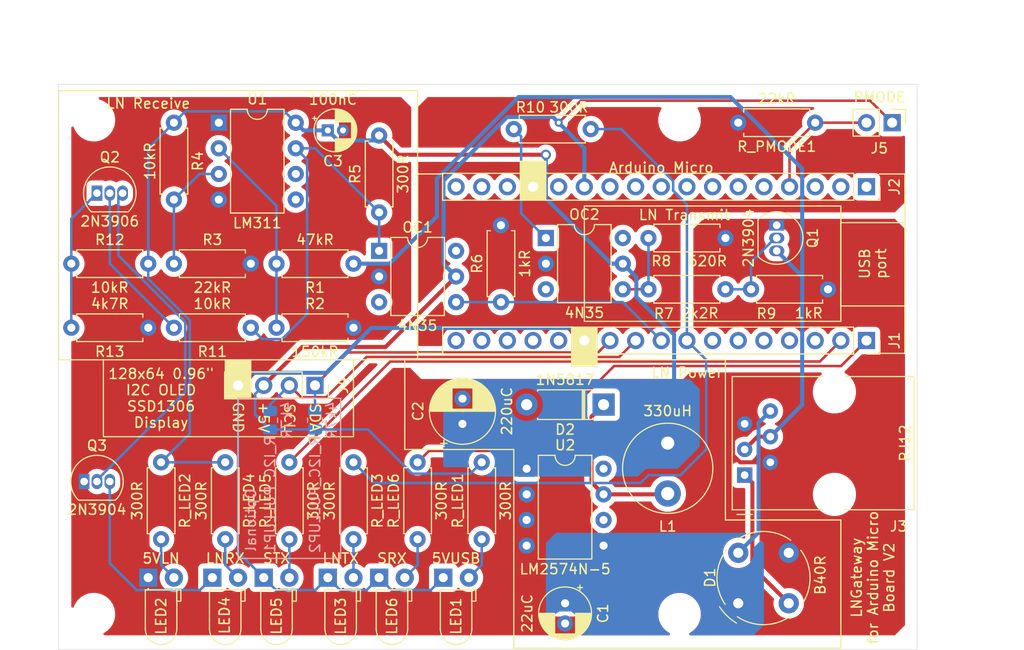
<source format=kicad_pcb>
(kicad_pcb (version 20171130) (host pcbnew 5.1.9+dfsg1-1)
  (layers (0 F.Cu signal hide) (31 B.Cu signal) (34 B.Paste user) (35 F.Paste user) (36 B.SilkS user) (37 F.SilkS user) (38 B.Mask user) (39 F.Mask user) (44 Edge.Cuts user))
  (net 0 "")
  (net 1 GND1)
  (net 2 VDD)
  (net 3 /MOSI)
  (net 4 "Net-(J1-Pad16)")
  (net 5 GND2)
  (net 6 /SDA)
  (net 7 /SCL)
  (net 8 /LN_RX_Arduino)
  (net 9 /LN_TX_Arduino)
  (net 10 "Net-(J1-Pad7)")
  (net 11 "Net-(J1-Pad6)")
  (net 12 "Net-(J1-Pad5)")
  (net 13 "Net-(J1-Pad4)")
  (net 14 "Net-(J1-Pad3)")
  (net 15 /SCK)
  (net 16 /MISO)
  (net 17 "Net-(J2-Pad15)")
  (net 18 +5V)
  (net 19 "Net-(J2-Pad11)")
  (net 20 "Net-(J2-Pad10)")
  (net 21 "Net-(J2-Pad7)")
  (net 22 "Net-(J2-Pad6)")
  (net 23 "Net-(J2-Pad5)")
  (net 24 "Net-(J2-Pad3)")
  (net 25 "Net-(J2-Pad2)")
  (net 26 "Net-(J2-Pad1)")
  (net 27 "Net-(LED1-Pad2)")
  (net 28 "Net-(LED2-Pad2)")
  (net 29 /LN_TX)
  (net 30 "Net-(U1-Pad6)")
  (net 31 "Net-(U1-Pad5)")
  (net 32 "Net-(U2-Pad8)")
  (net 33 "Net-(U2-Pad6)")
  (net 34 /LN_VIN)
  (net 35 /RAIl_SYNC_2)
  (net 36 /RAIl_SYNC_1)
  (net 37 /LN)
  (net 38 "Net-(LED4-Pad2)")
  (net 39 /SERIAL_TX)
  (net 40 /SERIAL_RX)
  (net 41 "Net-(LED3-Pad2)")
  (net 42 "Net-(LED5-Pad2)")
  (net 43 "Net-(LED6-Pad2)")
  (net 44 "Net-(OC1-Pad6)")
  (net 45 "Net-(OC1-Pad3)")
  (net 46 "Net-(OC2-Pad6)")
  (net 47 "Net-(OC2-Pad3)")
  (net 48 "Net-(OC2-Pad1)")
  (net 49 "Net-(Q2-Pad3)")
  (net 50 "Net-(Q2-Pad2)")
  (net 51 "Net-(J1-Pad15)")
  (net 52 "Net-(J1-Pad14)")
  (net 53 /A5)
  (net 54 /A4)
  (net 55 /LN_RX)
  (net 56 /PMODE)
  (net 57 /LN_5V_RAW)
  (net 58 /VLN_IN_9NOM_3V8MIN_18VMAX)
  (net 59 /REF_3V44)
  (net 60 "Net-(J1-Pad13)")
  (net 61 "Net-(J2-Pad13)")
  (net 62 "Net-(LED4-Pad1)")
  (net 63 /1V5)
  (net 64 /LN_TX_1V5)
  (module Resistor_THT:R_Axial_DIN0207_L6.3mm_D2.5mm_P7.62mm_Horizontal (layer F.Cu) (at 165.300225 109.86)
    (fp_text reference R9 (at 1.524 2.413) (layer F.SilkS))
    (fp_text value 1kR (at 5.715 2.37) (layer F.SilkS))
    (pad 2 thru_hole oval (at 7.62 0) (size 1.6 1.6) (drill 0.8) (layers *.Cu *.Mask) (net 1 GND1))
    (pad 1 thru_hole circle (at 0 0) (size 1.6 1.6) (drill 0.8) (layers *.Cu *.Mask) (net 64 /LN_TX_1V5))
  )
  (module Resistor_THT:R_Axial_DIN0207_L6.3mm_D2.5mm_P7.62mm_Horizontal (layer F.Cu) (at 105.610225 113.67 180)
    (fp_text reference R13 (at 3.81 -2.37) (layer F.SilkS))
    (fp_text value 4k7R (at 3.81 2.37) (layer F.SilkS))
    (pad 2 thru_hole oval (at 7.62 0 180) (size 1.6 1.6) (drill 0.8) (layers *.Cu *.Mask) (net 63 /1V5))
    (pad 1 thru_hole circle (at 0 0 180) (size 1.6 1.6) (drill 0.8) (layers *.Cu *.Mask) (net 1 GND1))
  )
  (module Resistor_THT:R_Axial_DIN0207_L6.3mm_D2.5mm_P7.62mm_Horizontal (layer F.Cu) (at 97.990225 107.32)
    (fp_text reference R12 (at 3.81 -2.37) (layer F.SilkS))
    (fp_text value 10kR (at 3.81 2.37) (layer F.SilkS))
    (pad 2 thru_hole oval (at 7.62 0) (size 1.6 1.6) (drill 0.8) (layers *.Cu *.Mask) (net 2 VDD))
    (pad 1 thru_hole circle (at 0 0) (size 1.6 1.6) (drill 0.8) (layers *.Cu *.Mask) (net 63 /1V5))
  )
  (module Resistor_THT:R_Axial_DIN0207_L6.3mm_D2.5mm_P7.62mm_Horizontal (layer F.Cu) (at 115.770225 113.67 180)
    (fp_text reference R11 (at 3.81 -2.37) (layer F.SilkS))
    (fp_text value 10kR (at 3.81 2.37) (layer F.SilkS))
    (pad 2 thru_hole oval (at 7.62 0 180) (size 1.6 1.6) (drill 0.8) (layers *.Cu *.Mask) (net 50 "Net-(Q2-Pad2)"))
    (pad 1 thru_hole circle (at 0 0 180) (size 1.6 1.6) (drill 0.8) (layers *.Cu *.Mask) (net 55 /LN_RX))
  )
  (module Package_TO_SOT_THT:TO-92_Inline (layer F.Cu) (at 99.260225 128.91)
    (fp_text reference Q3 (at 1.27 -3.56) (layer F.SilkS))
    (fp_text value 2N3904 (at 1.27 2.79) (layer F.SilkS))
    (pad 1 thru_hole rect (at 0 0) (size 1.05 1.5) (drill 0.75) (layers *.Cu *.Mask) (net 1 GND1))
    (pad 3 thru_hole oval (at 2.54 0) (size 1.05 1.5) (drill 0.75) (layers *.Cu *.Mask) (net 62 "Net-(LED4-Pad1)"))
    (pad 2 thru_hole oval (at 1.27 0) (size 1.05 1.5) (drill 0.75) (layers *.Cu *.Mask) (net 49 "Net-(Q2-Pad3)"))
  )
  (module Connector_PinSocket_2.54mm:PinSocket_1x04_P2.54mm_Vertical (layer F.Cu) (at 122.120225 119.385 270)
    (fp_text reference J4 (at 0 -2.77 90) (layer F.SilkS))
    (fp_text value Conn_01x04_Female)
    (pad 4 thru_hole oval (at 0 7.62 270) (size 1.7 1.7) (drill 1) (layers *.Cu *.Mask) (net 5 GND2))
    (pad 3 thru_hole oval (at 0 5.08 270) (size 1.7 1.7) (drill 1) (layers *.Cu *.Mask) (net 18 +5V))
    (pad 2 thru_hole oval (at 0 2.54 270) (size 1.7 1.7) (drill 1) (layers *.Cu *.Mask) (net 7 /SCL))
    (pad 1 thru_hole rect (at 0 0 270) (size 1.7 1.7) (drill 1) (layers *.Cu *.Mask) (net 6 /SDA))
  )
  (module Connector_RJ:RJ12_Amphenol_54601 (layer F.Cu) (at 164.665225 128.275 90)
    (fp_text reference J3 (at -5.08 15.24 180) (layer F.SilkS))
    (fp_text value RJ12 (at 3.175 15.875 90) (layer F.SilkS))
    (pad 1 thru_hole rect (at 0 0 90) (size 1.52 1.52) (drill 0.76) (layers *.Cu *.Mask) (net 35 /RAIl_SYNC_2))
    (pad "" np_thru_hole circle (at -1.91 8.89 90) (size 3.25 3.25) (drill 3.25) (layers *.Cu *.Mask))
    (pad 2 thru_hole circle (at 1.27 2.54 90) (size 1.52 1.52) (drill 0.76) (layers *.Cu *.Mask) (net 1 GND1))
    (pad 3 thru_hole circle (at 2.54 0 90) (size 1.52 1.52) (drill 0.76) (layers *.Cu *.Mask) (net 37 /LN))
    (pad 4 thru_hole circle (at 3.81 2.54 90) (size 1.52 1.52) (drill 0.76) (layers *.Cu *.Mask) (net 37 /LN))
    (pad 5 thru_hole circle (at 5.08 0 90) (size 1.52 1.52) (drill 0.76) (layers *.Cu *.Mask) (net 1 GND1))
    (pad 6 thru_hole circle (at 6.35 2.54 90) (size 1.52 1.52) (drill 0.76) (layers *.Cu *.Mask) (net 36 /RAIl_SYNC_1))
    (pad "" np_thru_hole circle (at 8.25 8.89 90) (size 3.25 3.25) (drill 3.25) (layers *.Cu *.Mask))
  )
  (module Resistor_SMD:R_0805_2012Metric (layer B.Cu) (at 122.120225 122.8375 270)
    (fp_text reference R_I2C_PULLUP2 (at 7.3425 0 90) (layer B.SilkS) (effects (justify mirror)))
    (fp_text value 4k7R (at 0 -1.65 90) (layer B.SilkS) (effects (justify mirror)))
    (pad 2 smd roundrect (at 0.9125 0 270) (size 1.025 1.4) (layers B.Cu B.Paste B.Mask) (roundrect_rratio 0.243902) (net 18 +5V))
    (pad 1 smd roundrect (at -0.9125 0 270) (size 1.025 1.4) (layers B.Cu B.Paste B.Mask) (roundrect_rratio 0.243902) (net 6 /SDA))
  )
  (module Resistor_SMD:R_0805_2012Metric (layer B.Cu) (at 117.675225 122.8375 270)
    (fp_text reference R_I2C_PULLUP1 (at 7.3425 0 90) (layer B.SilkS) (effects (justify mirror)))
    (fp_text value 4k7R (at 0 -1.65 90) (layer B.SilkS) (effects (justify mirror)))
    (pad 2 smd roundrect (at 0.9125 0 270) (size 1.025 1.4) (layers B.Cu B.Paste B.Mask) (roundrect_rratio 0.243902) (net 18 +5V))
    (pad 1 smd roundrect (at -0.9125 0 270) (size 1.025 1.4) (layers B.Cu B.Paste B.Mask) (roundrect_rratio 0.243902) (net 7 /SCL))
  )
  (module Capacitor_THT:CP_Radial_D4.0mm_P1.50mm (layer F.Cu) (at 123.390225 94.112)
    (fp_text reference C3 (at 0.508 3.048) (layer F.SilkS))
    (fp_text value 100nC (at 0.508 -3.048) (layer F.SilkS))
    (pad 2 thru_hole circle (at 1.5 0) (size 1.2 1.2) (drill 0.6) (layers *.Cu *.Mask) (net 1 GND1))
    (pad 1 thru_hole rect (at 0 0) (size 1.2 1.2) (drill 0.6) (layers *.Cu *.Mask) (net 2 VDD))
  )
  (module Inductor_THT:L_Radial_D8.7mm_P5.00mm_Fastron_07HCP (layer F.Cu) (at 157.045225 125.1 270)
    (fp_text reference L1 (at 8.255 0 180) (layer F.SilkS))
    (fp_text value 330uH (at -3.175 0 180) (layer F.SilkS))
    (pad 2 thru_hole circle (at 5 0 270) (size 2.6 2.6) (drill 1.3) (layers *.Cu *.Mask) (net 57 /LN_5V_RAW))
    (pad 1 thru_hole circle (at 0 0 270) (size 2.6 2.6) (drill 1.3) (layers *.Cu *.Mask) (net 2 VDD))
  )
  (module Resistor_THT:R_Axial_DIN0207_L6.3mm_D2.5mm_P7.62mm_Horizontal (layer F.Cu) (at 171.650225 93.35 180)
    (fp_text reference R_PMODE1 (at 3.81 -2.37) (layer F.SilkS))
    (fp_text value 22kR (at 3.81 2.37) (layer F.SilkS))
    (pad 2 thru_hole oval (at 7.62 0 180) (size 1.6 1.6) (drill 0.8) (layers *.Cu *.Mask) (net 5 GND2))
    (pad 1 thru_hole circle (at 0 0 180) (size 1.6 1.6) (drill 0.8) (layers *.Cu *.Mask) (net 56 /PMODE))
  )
  (module Connector_PinHeader_2.54mm:PinHeader_1x02_P2.54mm_Vertical (layer F.Cu) (at 179.270225 93.35 270)
    (fp_text reference J5 (at 2.54 1.27 180) (layer F.SilkS))
    (fp_text value Conn_01x02_Male)
    (pad 2 thru_hole oval (at 0 2.54 270) (size 1.7 1.7) (drill 1) (layers *.Cu *.Mask) (net 56 /PMODE))
    (pad 1 thru_hole rect (at 0 0 270) (size 1.7 1.7) (drill 1) (layers *.Cu *.Mask) (net 18 +5V))
  )
  (module Package_DIP:DIP-8_W7.62mm (layer F.Cu) (at 143.075225 127.64)
    (fp_text reference U2 (at 3.81 -2.33) (layer F.SilkS))
    (fp_text value LM2574N-5 (at 3.81 9.95) (layer F.SilkS))
    (pad 8 thru_hole oval (at 7.62 0) (size 1.6 1.6) (drill 0.8) (layers *.Cu *.Mask) (net 32 "Net-(U2-Pad8)"))
    (pad 4 thru_hole oval (at 0 7.62) (size 1.6 1.6) (drill 0.8) (layers *.Cu *.Mask) (net 1 GND1))
    (pad 7 thru_hole oval (at 7.62 2.54) (size 1.6 1.6) (drill 0.8) (layers *.Cu *.Mask) (net 57 /LN_5V_RAW))
    (pad 3 thru_hole oval (at 0 5.08) (size 1.6 1.6) (drill 0.8) (layers *.Cu *.Mask) (net 1 GND1))
    (pad 6 thru_hole oval (at 7.62 5.08) (size 1.6 1.6) (drill 0.8) (layers *.Cu *.Mask) (net 33 "Net-(U2-Pad6)"))
    (pad 2 thru_hole oval (at 0 2.54) (size 1.6 1.6) (drill 0.8) (layers *.Cu *.Mask) (net 1 GND1))
    (pad 5 thru_hole oval (at 7.62 7.62) (size 1.6 1.6) (drill 0.8) (layers *.Cu *.Mask) (net 34 /LN_VIN))
    (pad 1 thru_hole rect (at 0 0) (size 1.6 1.6) (drill 0.8) (layers *.Cu *.Mask) (net 2 VDD))
  )
  (module Package_DIP:DIP-8_W7.62mm (layer F.Cu) (at 112.595225 93.35)
    (fp_text reference U1 (at 3.81 -2.33) (layer F.SilkS))
    (fp_text value LM311 (at 3.81 9.95) (layer F.SilkS))
    (pad 8 thru_hole oval (at 7.62 0) (size 1.6 1.6) (drill 0.8) (layers *.Cu *.Mask) (net 2 VDD))
    (pad 4 thru_hole oval (at 0 7.62) (size 1.6 1.6) (drill 0.8) (layers *.Cu *.Mask) (net 1 GND1))
    (pad 7 thru_hole oval (at 7.62 2.54) (size 1.6 1.6) (drill 0.8) (layers *.Cu *.Mask) (net 55 /LN_RX))
    (pad 3 thru_hole oval (at 0 5.08) (size 1.6 1.6) (drill 0.8) (layers *.Cu *.Mask) (net 59 /REF_3V44))
    (pad 6 thru_hole oval (at 7.62 5.08) (size 1.6 1.6) (drill 0.8) (layers *.Cu *.Mask) (net 30 "Net-(U1-Pad6)"))
    (pad 2 thru_hole oval (at 0 2.54) (size 1.6 1.6) (drill 0.8) (layers *.Cu *.Mask) (net 58 /VLN_IN_9NOM_3V8MIN_18VMAX))
    (pad 5 thru_hole oval (at 7.62 7.62) (size 1.6 1.6) (drill 0.8) (layers *.Cu *.Mask) (net 31 "Net-(U1-Pad5)"))
    (pad 1 thru_hole rect (at 0 0) (size 1.6 1.6) (drill 0.8) (layers *.Cu *.Mask) (net 1 GND1))
  )
  (module Package_TO_SOT_THT:TO-92_Inline (layer F.Cu) (at 167.840225 103.51 270)
    (fp_text reference Q1 (at 1.27 -3.56 90) (layer F.SilkS))
    (fp_text value 2N3904 (at 1.27 2.79 90) (layer F.SilkS))
    (pad 1 thru_hole rect (at 0 0 270) (size 1.05 1.5) (drill 0.75) (layers *.Cu *.Mask) (net 1 GND1))
    (pad 3 thru_hole oval (at 2.54 0 270) (size 1.05 1.5) (drill 0.75) (layers *.Cu *.Mask) (net 37 /LN))
    (pad 2 thru_hole oval (at 1.27 0 270) (size 1.05 1.5) (drill 0.75) (layers *.Cu *.Mask) (net 64 /LN_TX_1V5))
  )
  (module Package_TO_SOT_THT:TO-92_Inline (layer F.Cu) (at 100.530225 100.335)
    (fp_text reference Q2 (at 1.27 -3.56) (layer F.SilkS))
    (fp_text value 2N3906 (at 1.27 2.79) (layer F.SilkS))
    (pad 1 thru_hole rect (at 0 0) (size 1.05 1.5) (drill 0.75) (layers *.Cu *.Mask) (net 63 /1V5))
    (pad 3 thru_hole oval (at 2.54 0) (size 1.05 1.5) (drill 0.75) (layers *.Cu *.Mask) (net 49 "Net-(Q2-Pad3)"))
    (pad 2 thru_hole oval (at 1.27 0) (size 1.05 1.5) (drill 0.75) (layers *.Cu *.Mask) (net 50 "Net-(Q2-Pad2)"))
  )
  (module Resistor_THT:R_Axial_DIN0207_L6.3mm_D2.5mm_P7.62mm_Horizontal (layer F.Cu) (at 132.280225 134.625 90)
    (fp_text reference R_LED6 (at 3.81 -2.37 90) (layer F.SilkS))
    (fp_text value 300R (at 3.81 2.37 90) (layer F.SilkS))
    (pad 2 thru_hole oval (at 7.62 0 90) (size 1.6 1.6) (drill 0.8) (layers *.Cu *.Mask) (net 40 /SERIAL_RX))
    (pad 1 thru_hole circle (at 0 0 90) (size 1.6 1.6) (drill 0.8) (layers *.Cu *.Mask) (net 43 "Net-(LED6-Pad2)"))
  )
  (module Resistor_THT:R_Axial_DIN0207_L6.3mm_D2.5mm_P7.62mm_Horizontal (layer F.Cu) (at 119.580225 134.625 90)
    (fp_text reference R_LED5 (at 3.81 -2.37 90) (layer F.SilkS))
    (fp_text value 300R (at 3.81 2.37 90) (layer F.SilkS))
    (pad 2 thru_hole oval (at 7.62 0 90) (size 1.6 1.6) (drill 0.8) (layers *.Cu *.Mask) (net 39 /SERIAL_TX))
    (pad 1 thru_hole circle (at 0 0 90) (size 1.6 1.6) (drill 0.8) (layers *.Cu *.Mask) (net 42 "Net-(LED5-Pad2)"))
  )
  (module Resistor_THT:R_Axial_DIN0207_L6.3mm_D2.5mm_P7.62mm_Horizontal (layer F.Cu) (at 125.930225 127.005 270)
    (fp_text reference R_LED3 (at 3.81 -2.37 90) (layer F.SilkS))
    (fp_text value 300R (at 3.81 2.37 90) (layer F.SilkS))
    (pad 2 thru_hole oval (at 7.62 0 270) (size 1.6 1.6) (drill 0.8) (layers *.Cu *.Mask) (net 41 "Net-(LED3-Pad2)"))
    (pad 1 thru_hole circle (at 0 0 270) (size 1.6 1.6) (drill 0.8) (layers *.Cu *.Mask) (net 9 /LN_TX_Arduino))
  )
  (module LED_THT:LED_D3.0mm_Horizontal_O1.27mm_Z2.0mm (layer F.Cu) (at 128.470225 138.435)
    (fp_text reference LED6 (at 1.27 3.81 90) (layer F.SilkS))
    (fp_text value LED)
    (pad 2 thru_hole circle (at 2.54 0) (size 1.8 1.8) (drill 0.9) (layers *.Cu *.Mask) (net 43 "Net-(LED6-Pad2)"))
    (pad 1 thru_hole rect (at 0 0) (size 1.8 1.8) (drill 0.9) (layers *.Cu *.Mask) (net 5 GND2))
  )
  (module LED_THT:LED_D3.0mm_Horizontal_O1.27mm_Z2.0mm (layer F.Cu) (at 117.040225 138.435)
    (fp_text reference LED5 (at 1.27 3.81 90) (layer F.SilkS))
    (fp_text value LED)
    (pad 2 thru_hole circle (at 2.54 0) (size 1.8 1.8) (drill 0.9) (layers *.Cu *.Mask) (net 42 "Net-(LED5-Pad2)"))
    (pad 1 thru_hole rect (at 0 0) (size 1.8 1.8) (drill 0.9) (layers *.Cu *.Mask) (net 5 GND2))
  )
  (module LED_THT:LED_D3.0mm_Horizontal_O1.27mm_Z2.0mm (layer F.Cu) (at 123.390225 138.435)
    (fp_text reference LED3 (at 1.27 3.81 90) (layer F.SilkS))
    (fp_text value LED)
    (pad 2 thru_hole circle (at 2.54 0) (size 1.8 1.8) (drill 0.9) (layers *.Cu *.Mask) (net 41 "Net-(LED3-Pad2)"))
    (pad 1 thru_hole rect (at 0 0) (size 1.8 1.8) (drill 0.9) (layers *.Cu *.Mask) (net 5 GND2))
  )
  (module LED_THT:LED_D3.0mm_Horizontal_O1.27mm_Z2.0mm (layer F.Cu) (at 111.960225 138.435)
    (fp_text reference LED4 (at 1.2065 3.7465 90) (layer F.SilkS))
    (fp_text value LED)
    (pad 2 thru_hole circle (at 2.54 0) (size 1.8 1.8) (drill 0.9) (layers *.Cu *.Mask) (net 38 "Net-(LED4-Pad2)"))
    (pad 1 thru_hole rect (at 0 0) (size 1.8 1.8) (drill 0.9) (layers *.Cu *.Mask) (net 62 "Net-(LED4-Pad1)"))
  )
  (module LED_THT:LED_D3.0mm_Horizontal_O1.27mm_Z2.0mm (layer F.Cu) (at 105.610225 138.435)
    (fp_text reference LED2 (at 1.27 3.81 90) (layer F.SilkS))
    (fp_text value LED)
    (pad 2 thru_hole circle (at 2.54 0) (size 1.8 1.8) (drill 0.9) (layers *.Cu *.Mask) (net 28 "Net-(LED2-Pad2)"))
    (pad 1 thru_hole rect (at 0 0) (size 1.8 1.8) (drill 0.9) (layers *.Cu *.Mask) (net 1 GND1))
  )
  (module LED_THT:LED_D3.0mm_Horizontal_O1.27mm_Z2.0mm (layer F.Cu) (at 134.820225 138.435)
    (fp_text reference LED1 (at 1.27 3.81 90) (layer F.SilkS))
    (fp_text value LED)
    (pad 2 thru_hole circle (at 2.54 0) (size 1.8 1.8) (drill 0.9) (layers *.Cu *.Mask) (net 27 "Net-(LED1-Pad2)"))
    (pad 1 thru_hole rect (at 0 0) (size 1.8 1.8) (drill 0.9) (layers *.Cu *.Mask) (net 5 GND2))
  )
  (module MountingHole:MountingHole_3.2mm_M3 (layer F.Cu) (at 158.220225 142.0545)
    (fp_text reference REF** hide)
    (fp_text value MountingHole_3.2mm_M3)
    (pad 1 np_thru_hole circle (at 0 0) (size 3.2 3.2) (drill 3.2) (layers *.Cu *.Mask))
  )
  (module MountingHole:MountingHole_3.2mm_M3 (layer F.Cu) (at 158.220225 93.096)
    (fp_text reference REF** hide)
    (fp_text value MountingHole_3.2mm_M3)
    (pad 1 np_thru_hole circle (at 0 0) (size 3.2 3.2) (drill 3.2) (layers *.Cu *.Mask))
  )
  (module MountingHole:MountingHole_3.2mm_M3 (layer F.Cu) (at 100.220225 93.096)
    (fp_text reference REF** hide)
    (fp_text value MountingHole_3.2mm_M3)
    (pad 1 np_thru_hole circle (at 0 0) (size 3.2 3.2) (drill 3.2) (layers *.Cu *.Mask))
  )
  (module MountingHole:MountingHole_3.2mm_M3 (layer F.Cu) (at 100.220225 142.0545)
    (fp_text reference REF** hide)
    (fp_text value MountingHole_3.2mm_M3)
    (pad 1 np_thru_hole circle (at 0 0) (size 3.2 3.2) (drill 3.2) (layers *.Cu *.Mask))
  )
  (module Package_DIP:DIP-6_W7.62mm (layer F.Cu) (at 144.980225 104.78)
    (fp_text reference OC2 (at 3.81 -2.33) (layer F.SilkS))
    (fp_text value 4N35 (at 3.81 7.41) (layer F.SilkS))
    (pad 6 thru_hole oval (at 7.62 0) (size 1.6 1.6) (drill 0.8) (layers *.Cu *.Mask) (net 46 "Net-(OC2-Pad6)"))
    (pad 3 thru_hole oval (at 0 5.08) (size 1.6 1.6) (drill 0.8) (layers *.Cu *.Mask) (net 47 "Net-(OC2-Pad3)"))
    (pad 5 thru_hole oval (at 7.62 2.54) (size 1.6 1.6) (drill 0.8) (layers *.Cu *.Mask) (net 2 VDD))
    (pad 2 thru_hole oval (at 0 2.54) (size 1.6 1.6) (drill 0.8) (layers *.Cu *.Mask) (net 5 GND2))
    (pad 4 thru_hole oval (at 7.62 5.08) (size 1.6 1.6) (drill 0.8) (layers *.Cu *.Mask) (net 29 /LN_TX))
    (pad 1 thru_hole rect (at 0 0) (size 1.6 1.6) (drill 0.8) (layers *.Cu *.Mask) (net 48 "Net-(OC2-Pad1)"))
  )
  (module Package_DIP:DIP-6_W7.62mm (layer F.Cu) (at 128.470225 106.05)
    (fp_text reference OC1 (at 3.81 -2.33) (layer F.SilkS))
    (fp_text value 4N35 (at 3.81 7.41) (layer F.SilkS))
    (pad 6 thru_hole oval (at 7.62 0) (size 1.6 1.6) (drill 0.8) (layers *.Cu *.Mask) (net 44 "Net-(OC1-Pad6)"))
    (pad 3 thru_hole oval (at 0 5.08) (size 1.6 1.6) (drill 0.8) (layers *.Cu *.Mask) (net 45 "Net-(OC1-Pad3)"))
    (pad 5 thru_hole oval (at 7.62 2.54) (size 1.6 1.6) (drill 0.8) (layers *.Cu *.Mask) (net 18 +5V))
    (pad 2 thru_hole oval (at 0 2.54) (size 1.6 1.6) (drill 0.8) (layers *.Cu *.Mask) (net 1 GND1))
    (pad 4 thru_hole oval (at 7.62 5.08) (size 1.6 1.6) (drill 0.8) (layers *.Cu *.Mask) (net 8 /LN_RX_Arduino))
    (pad 1 thru_hole rect (at 0 0) (size 1.6 1.6) (drill 0.8) (layers *.Cu *.Mask) (net 55 /LN_RX))
  )
  (module Resistor_THT:R_Axial_DIN0207_L6.3mm_D2.5mm_P7.62mm_Horizontal (layer F.Cu) (at 138.630225 134.625 90)
    (fp_text reference R_LED1 (at 3.81 -2.37 90) (layer F.SilkS))
    (fp_text value 300R (at 3.81 2.37 90) (layer F.SilkS))
    (pad 2 thru_hole oval (at 7.62 0 90) (size 1.6 1.6) (drill 0.8) (layers *.Cu *.Mask) (net 18 +5V))
    (pad 1 thru_hole circle (at 0 0 90) (size 1.6 1.6) (drill 0.8) (layers *.Cu *.Mask) (net 27 "Net-(LED1-Pad2)"))
  )
  (module Resistor_THT:R_Axial_DIN0207_L6.3mm_D2.5mm_P7.62mm_Horizontal (layer F.Cu) (at 106.880225 127.005 270)
    (fp_text reference R_LED2 (at 3.81 -2.37 90) (layer F.SilkS))
    (fp_text value 300R (at 3.81 2.37 90) (layer F.SilkS))
    (pad 2 thru_hole oval (at 7.62 0 270) (size 1.6 1.6) (drill 0.8) (layers *.Cu *.Mask) (net 28 "Net-(LED2-Pad2)"))
    (pad 1 thru_hole circle (at 0 0 270) (size 1.6 1.6) (drill 0.8) (layers *.Cu *.Mask) (net 2 VDD))
  )
  (module Resistor_THT:R_Axial_DIN0207_L6.3mm_D2.5mm_P7.62mm_Horizontal (layer F.Cu) (at 113.230225 127.005 270)
    (fp_text reference R_LED4 (at 3.81 -2.37 90) (layer F.SilkS))
    (fp_text value 300R (at 3.81 2.37 90) (layer F.SilkS))
    (pad 2 thru_hole oval (at 7.62 0 270) (size 1.6 1.6) (drill 0.8) (layers *.Cu *.Mask) (net 38 "Net-(LED4-Pad2)"))
    (pad 1 thru_hole circle (at 0 0 270) (size 1.6 1.6) (drill 0.8) (layers *.Cu *.Mask) (net 2 VDD))
  )
  (module Resistor_THT:R_Axial_DIN0207_L6.3mm_D2.5mm_P7.62mm_Horizontal (layer F.Cu) (at 149.425225 93.985 180)
    (fp_text reference R10 (at 5.969 2.159) (layer F.SilkS))
    (fp_text value 300R (at 2.159 2.159) (layer F.SilkS))
    (pad 2 thru_hole oval (at 7.62 0 180) (size 1.6 1.6) (drill 0.8) (layers *.Cu *.Mask) (net 48 "Net-(OC2-Pad1)"))
    (pad 1 thru_hole circle (at 0 0 180) (size 1.6 1.6) (drill 0.8) (layers *.Cu *.Mask) (net 9 /LN_TX_Arduino))
  )
  (module Resistor_THT:R_Axial_DIN0207_L6.3mm_D2.5mm_P7.62mm_Horizontal (layer F.Cu) (at 155.140225 104.78)
    (fp_text reference R8 (at 1.27 2.286) (layer F.SilkS))
    (fp_text value 620R (at 5.842 2.286) (layer F.SilkS))
    (pad 2 thru_hole oval (at 7.62 0) (size 1.6 1.6) (drill 0.8) (layers *.Cu *.Mask) (net 1 GND1))
    (pad 1 thru_hole circle (at 0 0) (size 1.6 1.6) (drill 0.8) (layers *.Cu *.Mask) (net 29 /LN_TX))
  )
  (module Resistor_THT:R_Axial_DIN0207_L6.3mm_D2.5mm_P7.62mm_Horizontal (layer F.Cu) (at 155.140225 109.86)
    (fp_text reference R7 (at 1.524 2.413) (layer F.SilkS))
    (fp_text value 2k2R (at 5.08 2.37) (layer F.SilkS))
    (pad 2 thru_hole oval (at 7.62 0) (size 1.6 1.6) (drill 0.8) (layers *.Cu *.Mask) (net 64 /LN_TX_1V5))
    (pad 1 thru_hole circle (at 0 0) (size 1.6 1.6) (drill 0.8) (layers *.Cu *.Mask) (net 29 /LN_TX))
  )
  (module Resistor_THT:R_Axial_DIN0207_L6.3mm_D2.5mm_P7.62mm_Horizontal (layer F.Cu) (at 140.535225 111.13 90)
    (fp_text reference R6 (at 3.81 -2.37 90) (layer F.SilkS))
    (fp_text value 1kR (at 3.81 2.37 90) (layer F.SilkS))
    (pad 2 thru_hole oval (at 7.62 0 90) (size 1.6 1.6) (drill 0.8) (layers *.Cu *.Mask) (net 5 GND2))
    (pad 1 thru_hole circle (at 0 0 90) (size 1.6 1.6) (drill 0.8) (layers *.Cu *.Mask) (net 8 /LN_RX_Arduino))
  )
  (module Resistor_THT:R_Axial_DIN0207_L6.3mm_D2.5mm_P7.62mm_Horizontal (layer F.Cu) (at 128.470225 102.24 90)
    (fp_text reference R5 (at 3.81 -2.37 90) (layer F.SilkS))
    (fp_text value 300R (at 3.81 2.37 90) (layer F.SilkS))
    (pad 2 thru_hole oval (at 7.62 0 90) (size 1.6 1.6) (drill 0.8) (layers *.Cu *.Mask) (net 2 VDD))
    (pad 1 thru_hole circle (at 0 0 90) (size 1.6 1.6) (drill 0.8) (layers *.Cu *.Mask) (net 55 /LN_RX))
  )
  (module Resistor_THT:R_Axial_DIN0207_L6.3mm_D2.5mm_P7.62mm_Horizontal (layer F.Cu) (at 108.150225 93.35 270)
    (fp_text reference R4 (at 3.81 -2.37 90) (layer F.SilkS))
    (fp_text value 10kR (at 3.81 2.37 90) (layer F.SilkS))
    (pad 2 thru_hole oval (at 7.62 0 270) (size 1.6 1.6) (drill 0.8) (layers *.Cu *.Mask) (net 59 /REF_3V44))
    (pad 1 thru_hole circle (at 0 0 270) (size 1.6 1.6) (drill 0.8) (layers *.Cu *.Mask) (net 2 VDD))
  )
  (module Resistor_THT:R_Axial_DIN0207_L6.3mm_D2.5mm_P7.62mm_Horizontal (layer F.Cu) (at 108.150225 107.32)
    (fp_text reference R3 (at 3.81 -2.37) (layer F.SilkS))
    (fp_text value 22kR (at 3.81 2.37) (layer F.SilkS))
    (pad 2 thru_hole oval (at 7.62 0) (size 1.6 1.6) (drill 0.8) (layers *.Cu *.Mask) (net 1 GND1))
    (pad 1 thru_hole circle (at 0 0) (size 1.6 1.6) (drill 0.8) (layers *.Cu *.Mask) (net 59 /REF_3V44))
  )
  (module Resistor_THT:R_Axial_DIN0207_L6.3mm_D2.5mm_P7.62mm_Horizontal (layer F.Cu) (at 118.310225 113.67)
    (fp_text reference R2 (at 3.81 -2.37) (layer F.SilkS))
    (fp_text value 150kR (at 3.81 2.37) (layer F.SilkS))
    (pad 2 thru_hole oval (at 7.62 0) (size 1.6 1.6) (drill 0.8) (layers *.Cu *.Mask) (net 1 GND1))
    (pad 1 thru_hole circle (at 0 0) (size 1.6 1.6) (drill 0.8) (layers *.Cu *.Mask) (net 58 /VLN_IN_9NOM_3V8MIN_18VMAX))
  )
  (module Resistor_THT:R_Axial_DIN0207_L6.3mm_D2.5mm_P7.62mm_Horizontal (layer F.Cu) (at 125.930225 107.32 180)
    (fp_text reference R1 (at 3.81 -2.37) (layer F.SilkS))
    (fp_text value 47kR (at 3.81 2.37) (layer F.SilkS))
    (pad 2 thru_hole oval (at 7.62 0 180) (size 1.6 1.6) (drill 0.8) (layers *.Cu *.Mask) (net 58 /VLN_IN_9NOM_3V8MIN_18VMAX))
    (pad 1 thru_hole circle (at 0 0 180) (size 1.6 1.6) (drill 0.8) (layers *.Cu *.Mask) (net 37 /LN))
  )
  (module Connector_PinSocket_2.54mm:PinSocket_1x17_P2.54mm_Vertical (layer F.Cu) (at 176.730225 99.7 270)
    (fp_text reference J2 (at 0 -2.77 90) (layer F.SilkS))
    (fp_text value Conn_01x17_Female)
    (pad 17 thru_hole oval (at 0 40.64 270) (size 1.7 1.7) (drill 1) (layers *.Cu *.Mask) (net 15 /SCK))
    (pad 16 thru_hole oval (at 0 38.1 270) (size 1.7 1.7) (drill 1) (layers *.Cu *.Mask) (net 16 /MISO))
    (pad 15 thru_hole oval (at 0 35.56 270) (size 1.7 1.7) (drill 1) (layers *.Cu *.Mask) (net 17 "Net-(J2-Pad15)"))
    (pad 14 thru_hole oval (at 0 33.02 270) (size 1.7 1.7) (drill 1) (layers *.Cu *.Mask) (net 5 GND2))
    (pad 13 thru_hole oval (at 0 30.48 270) (size 1.7 1.7) (drill 1) (layers *.Cu *.Mask) (net 61 "Net-(J2-Pad13)"))
    (pad 12 thru_hole oval (at 0 27.94 270) (size 1.7 1.7) (drill 1) (layers *.Cu *.Mask) (net 18 +5V))
    (pad 11 thru_hole oval (at 0 25.4 270) (size 1.7 1.7) (drill 1) (layers *.Cu *.Mask) (net 19 "Net-(J2-Pad11)"))
    (pad 10 thru_hole oval (at 0 22.86 270) (size 1.7 1.7) (drill 1) (layers *.Cu *.Mask) (net 20 "Net-(J2-Pad10)"))
    (pad 9 thru_hole oval (at 0 20.32 270) (size 1.7 1.7) (drill 1) (layers *.Cu *.Mask) (net 53 /A5))
    (pad 8 thru_hole oval (at 0 17.78 270) (size 1.7 1.7) (drill 1) (layers *.Cu *.Mask) (net 54 /A4))
    (pad 7 thru_hole oval (at 0 15.24 270) (size 1.7 1.7) (drill 1) (layers *.Cu *.Mask) (net 21 "Net-(J2-Pad7)"))
    (pad 6 thru_hole oval (at 0 12.7 270) (size 1.7 1.7) (drill 1) (layers *.Cu *.Mask) (net 22 "Net-(J2-Pad6)"))
    (pad 5 thru_hole oval (at 0 10.16 270) (size 1.7 1.7) (drill 1) (layers *.Cu *.Mask) (net 23 "Net-(J2-Pad5)"))
    (pad 4 thru_hole oval (at 0 7.62 270) (size 1.7 1.7) (drill 1) (layers *.Cu *.Mask) (net 56 /PMODE))
    (pad 3 thru_hole oval (at 0 5.08 270) (size 1.7 1.7) (drill 1) (layers *.Cu *.Mask) (net 24 "Net-(J2-Pad3)"))
    (pad 2 thru_hole oval (at 0 2.54 270) (size 1.7 1.7) (drill 1) (layers *.Cu *.Mask) (net 25 "Net-(J2-Pad2)"))
    (pad 1 thru_hole rect (at 0 0 270) (size 1.7 1.7) (drill 1) (layers *.Cu *.Mask) (net 26 "Net-(J2-Pad1)"))
  )
  (module Connector_PinSocket_2.54mm:PinSocket_1x17_P2.54mm_Vertical (layer F.Cu) (at 176.730225 114.94 270)
    (fp_text reference J1 (at 0 -2.77 90) (layer F.SilkS))
    (fp_text value Conn_01x17_Female)
    (pad 17 thru_hole oval (at 0 40.64 270) (size 1.7 1.7) (drill 1) (layers *.Cu *.Mask) (net 3 /MOSI))
    (pad 16 thru_hole oval (at 0 38.1 270) (size 1.7 1.7) (drill 1) (layers *.Cu *.Mask) (net 4 "Net-(J1-Pad16)"))
    (pad 15 thru_hole oval (at 0 35.56 270) (size 1.7 1.7) (drill 1) (layers *.Cu *.Mask) (net 51 "Net-(J1-Pad15)"))
    (pad 14 thru_hole oval (at 0 33.02 270) (size 1.7 1.7) (drill 1) (layers *.Cu *.Mask) (net 52 "Net-(J1-Pad14)"))
    (pad 13 thru_hole oval (at 0 30.48 270) (size 1.7 1.7) (drill 1) (layers *.Cu *.Mask) (net 60 "Net-(J1-Pad13)"))
    (pad 12 thru_hole oval (at 0 27.94 270) (size 1.7 1.7) (drill 1) (layers *.Cu *.Mask) (net 5 GND2))
    (pad 11 thru_hole oval (at 0 25.4 270) (size 1.7 1.7) (drill 1) (layers *.Cu *.Mask) (net 6 /SDA))
    (pad 10 thru_hole oval (at 0 22.86 270) (size 1.7 1.7) (drill 1) (layers *.Cu *.Mask) (net 7 /SCL))
    (pad 9 thru_hole oval (at 0 20.32 270) (size 1.7 1.7) (drill 1) (layers *.Cu *.Mask) (net 8 /LN_RX_Arduino))
    (pad 8 thru_hole oval (at 0 17.78 270) (size 1.7 1.7) (drill 1) (layers *.Cu *.Mask) (net 9 /LN_TX_Arduino))
    (pad 7 thru_hole oval (at 0 15.24 270) (size 1.7 1.7) (drill 1) (layers *.Cu *.Mask) (net 10 "Net-(J1-Pad7)"))
    (pad 6 thru_hole oval (at 0 12.7 270) (size 1.7 1.7) (drill 1) (layers *.Cu *.Mask) (net 11 "Net-(J1-Pad6)"))
    (pad 5 thru_hole oval (at 0 10.16 270) (size 1.7 1.7) (drill 1) (layers *.Cu *.Mask) (net 12 "Net-(J1-Pad5)"))
    (pad 4 thru_hole oval (at 0 7.62 270) (size 1.7 1.7) (drill 1) (layers *.Cu *.Mask) (net 13 "Net-(J1-Pad4)"))
    (pad 3 thru_hole oval (at 0 5.08 270) (size 1.7 1.7) (drill 1) (layers *.Cu *.Mask) (net 14 "Net-(J1-Pad3)"))
    (pad 2 thru_hole oval (at 0 2.54 270) (size 1.7 1.7) (drill 1) (layers *.Cu *.Mask) (net 39 /SERIAL_TX))
    (pad 1 thru_hole rect (at 0 0 270) (size 1.7 1.7) (drill 1) (layers *.Cu *.Mask) (net 40 /SERIAL_RX))
  )
  (module Diode_THT:D_DO-41_SOD81_P7.62mm_Horizontal (layer F.Cu) (at 150.695225 121.29 180)
    (fp_text reference D2 (at 3.81 -2.47) (layer F.SilkS))
    (fp_text value 1N5817 (at 3.81 2.47) (layer F.SilkS))
    (pad 2 thru_hole oval (at 7.62 0 180) (size 2.2 2.2) (drill 1.1) (layers *.Cu *.Mask) (net 1 GND1))
    (pad 1 thru_hole rect (at 0 0 180) (size 2.2 2.2) (drill 1.1) (layers *.Cu *.Mask) (net 57 /LN_5V_RAW))
  )
  (module Diode_THT:Diode_Bridge_Round_D9.0mm (layer F.Cu) (at 164.030225 140.975 90)
    (fp_text reference D1 (at 2.54 -2.794 90) (layer F.SilkS))
    (fp_text value B40R (at 2.794 8.128 90) (layer F.SilkS))
    (pad 1 thru_hole rect (at 0 0 90) (size 2 2) (drill 1) (layers *.Cu *.Mask) (net 34 /LN_VIN))
    (pad 3 thru_hole oval (at 5 5 90) (size 2 2) (drill 1) (layers *.Cu *.Mask) (net 1 GND1))
    (pad 2 thru_hole oval (at 0 5 90) (size 2 2) (drill 1) (layers *.Cu *.Mask) (net 35 /RAIl_SYNC_2))
    (pad 4 thru_hole oval (at 5 0 90) (size 2 2) (drill 1) (layers *.Cu *.Mask) (net 36 /RAIl_SYNC_1))
  )
  (module Capacitor_THT:CP_Radial_D6.3mm_P2.50mm (layer F.Cu) (at 136.725225 123.195 90)
    (fp_text reference C2 (at 1.25 -4.4 90) (layer F.SilkS))
    (fp_text value 220uC (at 1.25 4.4 90) (layer F.SilkS))
    (pad 2 thru_hole circle (at 2.5 0 90) (size 1.6 1.6) (drill 0.8) (layers *.Cu *.Mask) (net 1 GND1))
    (pad 1 thru_hole rect (at 0 0 90) (size 1.6 1.6) (drill 0.8) (layers *.Cu *.Mask) (net 2 VDD))
  )
  (module Capacitor_THT:CP_Radial_D5.0mm_P2.00mm (layer F.Cu) (at 146.885225 140.975 270)
    (fp_text reference C1 (at 1 -3.75 90) (layer F.SilkS))
    (fp_text value 22uC (at 1 3.75 90) (layer F.SilkS))
    (pad 2 thru_hole circle (at 2 0 270) (size 1.6 1.6) (drill 0.8) (layers *.Cu *.Mask) (net 1 GND1))
    (pad 1 thru_hole rect (at 0 0 270) (size 1.6 1.6) (drill 0.8) (layers *.Cu *.Mask) (net 34 /LN_VIN))
  )
  (gr_line (start 148.790225 113.035) (end 174.190225 113.035) (layer F.SilkS) (width 0.12))
  (gr_line (start 174.190225 101.605) (end 148.790225 101.605) (layer F.SilkS) (width 0.12))
  (gr_line (start 181.746725 145.547) (end 96.720225 145.547) (layer Edge.Cuts) (width 0.05))
  (gr_line (start 181.746725 89.54) (end 181.746725 145.547) (layer Edge.Cuts) (width 0.05))
  (gr_line (start 96.720225 89.54) (end 181.746725 89.54) (layer Edge.Cuts) (width 0.05))
  (gr_line (start 96.720225 89.54) (end 96.720225 145.547) (layer Edge.Cuts) (width 0.05))
  (gr_text 5VUSB (at 136.090225 136.53) (layer F.SilkS) (effects (font (size 1 1))))
  (gr_line (start 96.720225 116.845) (end 131.010225 116.845) (layer F.SilkS) (width 0.12))
  (gr_line (start 132.280225 90.175) (end 96.720225 90.175) (layer F.SilkS) (width 0.12))
  (gr_text "128x64 0.96\"\nI2C OLED\nSSD1306\nDisplay" (at 106.880225 120.655) (layer F.SilkS) (effects (font (size 1 1))))
  (gr_line (start 124.660225 136.53) (end 124.660225 120.655) (layer B.SilkS) (width 0.12))
  (gr_line (start 114.500225 136.53) (end 124.660225 136.53) (layer B.SilkS) (width 0.12))
  (gr_line (start 114.500225 120.655) (end 114.500225 136.53) (layer B.SilkS) (width 0.12))
  (gr_line (start 124.660225 120.655) (end 114.500225 120.655) (layer B.SilkS) (width 0.12))
  (gr_text Optional (at 115.770225 132.72 90) (layer B.SilkS) (effects (font (size 1 1)) (justify mirror)))
  (gr_line (start 132.280225 90.175) (end 132.280225 116.845) (layer F.SilkS) (width 0.12))
  (gr_line (start 162.760225 132.72) (end 162.760225 116.845) (layer F.SilkS) (width 0.12))
  (gr_line (start 174.190225 132.72) (end 162.760225 132.72) (layer F.SilkS) (width 0.12))
  (gr_line (start 174.190225 145.42) (end 174.190225 132.72) (layer F.SilkS) (width 0.12))
  (gr_text "USB\nport" (at 177.365225 107.32 90) (layer F.SilkS) (effects (font (size 1 1))))
  (gr_line (start 174.190225 103.256) (end 180.540225 103.256) (layer F.SilkS) (width 0.12))
  (gr_line (start 174.190225 111.511) (end 180.540225 111.511) (layer F.SilkS) (width 0.12))
  (gr_line (start 174.190225 103.256) (end 174.190225 111.511) (layer F.SilkS) (width 0.12))
  (gr_text 5VLN (at 106.880225 136.53) (layer F.SilkS) (effects (font (size 1 1))))
  (gr_text LNRX (at 113.230225 136.53) (layer F.SilkS) (effects (font (size 1 1))))
  (gr_text STX (at 118.310225 136.53) (layer F.SilkS) (effects (font (size 1 1))))
  (gr_text LNTX (at 124.660225 136.53) (layer F.SilkS) (effects (font (size 1 1))))
  (gr_text SRX (at 129.740225 136.53) (layer F.SilkS) (effects (font (size 1 1))))
  (gr_line (start 125.930225 124.465) (end 125.930225 116.845) (layer F.SilkS) (width 0.12))
  (gr_line (start 101.165225 124.465) (end 125.930225 124.465) (layer F.SilkS) (width 0.12))
  (gr_line (start 101.165225 116.845) (end 101.165225 124.465) (layer F.SilkS) (width 0.12))
  (gr_text PMODE (at 178.000225 90.81) (layer F.SilkS) (effects (font (size 1 1))))
  (gr_line (start 131.010225 125.735) (end 131.010225 116.845) (layer F.SilkS) (width 0.12))
  (gr_line (start 141.805225 125.735) (end 131.010225 125.735) (layer F.SilkS) (width 0.12))
  (gr_line (start 174.190225 145.42) (end 141.805225 145.42) (layer F.SilkS) (width 0.12))
  (gr_line (start 131.010225 116.845) (end 162.760225 116.845) (layer F.SilkS) (width 0.12))
  (gr_line (start 141.805225 145.42) (end 141.805225 125.735) (layer F.SilkS) (width 0.12))
  (gr_line (start 96.720225 90.175) (end 96.720225 116.845) (layer F.SilkS) (width 0.12))
  (gr_poly (pts (xy 115.770225 120.655) (xy 113.230225 120.655) (xy 113.230225 116.845) (xy 115.770225 116.845)) (layer F.SilkS) (width 0.1))
  (gr_text SDA (at 122.120225 122.56 270) (layer F.SilkS) (effects (font (size 1 1))))
  (gr_text SCL (at 119.580225 122.56 270) (layer F.SilkS) (effects (font (size 1 1))))
  (gr_text +5V (at 117.040225 122.56 270) (layer F.SilkS) (effects (font (size 1 1))))
  (gr_text GND (at 114.500225 122.56 270) (layer F.SilkS) (effects (font (size 1 1))))
  (gr_line (start 180.540225 116.21) (end 178.000225 116.21) (layer F.SilkS) (width 0.12))
  (gr_line (start 180.540225 98.43) (end 180.540225 116.21) (layer F.SilkS) (width 0.12))
  (gr_line (start 178.000225 98.43) (end 180.540225 98.43) (layer F.SilkS) (width 0.12))
  (gr_line (start 134.820225 116.21) (end 134.760225 116.27) (layer F.SilkS) (width 0.12))
  (gr_line (start 132.280225 116.21) (end 134.820225 116.21) (layer F.SilkS) (width 0.12))
  (gr_line (start 132.280225 98.43) (end 132.280225 116.21) (layer F.SilkS) (width 0.12))
  (gr_line (start 134.820225 98.43) (end 132.280225 98.43) (layer F.SilkS) (width 0.12))
  (gr_poly (pts (xy 144.980225 100.97) (xy 142.440225 100.97) (xy 142.440225 97.16) (xy 144.980225 97.16)) (layer F.SilkS) (width 0.1))
  (gr_poly (pts (xy 150.060225 117.48) (xy 147.520225 117.48) (xy 147.520225 113.67) (xy 150.060225 113.67)) (layer F.SilkS) (width 0.1))
  (gr_text "Arduino Micro" (at 156.410225 97.795) (layer F.SilkS) (effects (font (size 1 1))))
  (gr_text "LNGateway\nfor Arduino Micro\nBoard V2" (at 177.365225 138.435 90) (layer F.SilkS) (effects (font (size 1 1))))
  (gr_line (start 174.190225 101.605) (end 174.190225 113.035) (layer F.SilkS) (width 0.12))
  (gr_line (start 148.790225 113.035) (end 148.790225 101.605) (layer F.SilkS) (width 0.12))
  (gr_text "LN Transmit" (at 158.696225 102.494) (layer F.SilkS) (effects (font (size 1 1))))
  (gr_text "LN Receive\n" (at 105.610225 91.445) (layer F.SilkS) (effects (font (size 1 1))))
  (gr_text "LN Power" (at 158.950225 118.115) (layer F.SilkS) (effects (font (size 1 1))))
  (segment (start 122.120225 113.67) (end 124.660225 111.13) (width 0.25) (layer F.Cu) (net 1))
  (segment (start 120.215225 113.67) (end 122.120225 113.67) (width 0.25) (layer F.Cu) (net 1))
  (segment (start 112.595225 92.08) (end 111.325225 93.35) (width 0.4) (layer F.Cu) (net 1))
  (segment (start 163.505224 124.355001) (end 164.665225 123.195) (width 0.4) (layer F.Cu) (net 1))
  (segment (start 163.505224 126.291801) (end 163.505224 124.355001) (width 0.4) (layer F.Cu) (net 1))
  (segment (start 164.218423 127.005) (end 163.505224 126.291801) (width 0.4) (layer F.Cu) (net 1))
  (segment (start 167.205225 127.005) (end 164.218423 127.005) (width 0.4) (layer F.Cu) (net 1))
  (segment (start 105.610225 138.435) (end 105.610225 132.085) (width 0.25) (layer F.Cu) (net 1))
  (segment (start 105.610225 132.085) (end 106.005227 132.085) (width 0.25) (layer F.Cu) (net 1))
  (segment (start 124.390226 95.112001) (end 123.390225 94.112) (width 0.4) (layer B.Cu) (net 2))
  (segment (start 127.978224 95.112001) (end 124.390226 95.112001) (width 0.4) (layer B.Cu) (net 2))
  (segment (start 128.470225 94.62) (end 127.978224 95.112001) (width 0.4) (layer B.Cu) (net 2))
  (segment (start 120.977225 94.112) (end 120.215225 93.35) (width 0.4) (layer B.Cu) (net 2))
  (segment (start 123.390225 94.112) (end 120.977225 94.112) (width 0.4) (layer B.Cu) (net 2))
  (segment (start 144.980225 96.525) (end 144.980225 96.525) (width 0.4) (layer B.Cu) (net 2))
  (via (at 144.980225 96.525) (size 1) (drill 0.6) (layers F.Cu B.Cu) (net 2))
  (segment (start 130.375225 96.525) (end 144.980225 96.525) (width 0.4) (layer F.Cu) (net 2))
  (segment (start 128.470225 94.62) (end 130.375225 96.525) (width 0.4) (layer F.Cu) (net 2))
  (segment (start 109.275226 92.224999) (end 108.150225 93.35) (width 0.25) (layer B.Cu) (net 2))
  (segment (start 119.090224 92.224999) (end 109.275226 92.224999) (width 0.25) (layer B.Cu) (net 2))
  (segment (start 120.215225 93.35) (end 119.090224 92.224999) (width 0.25) (layer B.Cu) (net 2))
  (segment (start 105.610225 95.89) (end 105.610225 107.32) (width 0.25) (layer B.Cu) (net 2))
  (segment (start 108.150225 93.35) (end 105.610225 95.89) (width 0.25) (layer B.Cu) (net 2))
  (segment (start 109.725236 124.159989) (end 106.880225 127.005) (width 0.25) (layer B.Cu) (net 2))
  (segment (start 109.725236 112.943599) (end 109.725236 124.159989) (width 0.25) (layer B.Cu) (net 2))
  (segment (start 105.610225 108.828588) (end 109.725236 112.943599) (width 0.25) (layer B.Cu) (net 2))
  (segment (start 105.610225 107.32) (end 105.610225 108.828588) (width 0.25) (layer B.Cu) (net 2))
  (segment (start 113.230225 127.005) (end 106.880225 127.005) (width 0.25) (layer B.Cu) (net 2))
  (segment (start 151.468855 107.32) (end 152.600225 107.32) (width 0.4) (layer B.Cu) (net 2))
  (segment (start 144.980225 100.83137) (end 151.468855 107.32) (width 0.4) (layer B.Cu) (net 2))
  (segment (start 144.980225 96.525) (end 144.980225 100.83137) (width 0.4) (layer B.Cu) (net 2))
  (segment (start 153.940224 110.619997) (end 157.680225 114.359998) (width 0.4) (layer B.Cu) (net 2))
  (segment (start 153.940224 108.659999) (end 153.940224 110.619997) (width 0.4) (layer B.Cu) (net 2))
  (segment (start 152.600225 107.32) (end 153.940224 108.659999) (width 0.4) (layer B.Cu) (net 2))
  (segment (start 157.680225 114.359998) (end 157.680225 119.385) (width 0.4) (layer B.Cu) (net 2))
  (segment (start 114.500225 135.895) (end 117.040225 138.435) (width 0.25) (layer B.Cu) (net 5))
  (segment (start 114.500225 119.385) (end 114.500225 135.895) (width 0.25) (layer B.Cu) (net 5))
  (segment (start 122.165224 139.660001) (end 123.390225 138.435) (width 0.25) (layer B.Cu) (net 5))
  (segment (start 118.265226 139.660001) (end 122.165224 139.660001) (width 0.25) (layer B.Cu) (net 5))
  (segment (start 117.040225 138.435) (end 118.265226 139.660001) (width 0.25) (layer B.Cu) (net 5))
  (segment (start 127.245224 139.660001) (end 128.470225 138.435) (width 0.25) (layer B.Cu) (net 5))
  (segment (start 124.615226 139.660001) (end 127.245224 139.660001) (width 0.25) (layer B.Cu) (net 5))
  (segment (start 123.390225 138.435) (end 124.615226 139.660001) (width 0.25) (layer B.Cu) (net 5))
  (segment (start 133.595224 139.660001) (end 134.820225 138.435) (width 0.25) (layer B.Cu) (net 5))
  (segment (start 129.695226 139.660001) (end 133.595224 139.660001) (width 0.25) (layer B.Cu) (net 5))
  (segment (start 128.470225 138.435) (end 129.695226 139.660001) (width 0.25) (layer B.Cu) (net 5))
  (segment (start 123.241228 118.134999) (end 115.750226 118.134999) (width 0.4) (layer B.Cu) (net 5))
  (segment (start 127.686228 113.689999) (end 123.241228 118.134999) (width 0.4) (layer B.Cu) (net 5))
  (segment (start 147.540224 113.689999) (end 127.686228 113.689999) (width 0.4) (layer B.Cu) (net 5))
  (segment (start 115.750226 118.134999) (end 114.500225 119.385) (width 0.4) (layer B.Cu) (net 5))
  (segment (start 148.790225 114.94) (end 147.540224 113.689999) (width 0.4) (layer B.Cu) (net 5))
  (segment (start 122.120225 119.385) (end 122.120225 121.925) (width 0.25) (layer B.Cu) (net 6))
  (segment (start 125.390223 116.115002) (end 122.120225 119.385) (width 0.25) (layer F.Cu) (net 6))
  (segment (start 150.155223 116.115002) (end 125.390223 116.115002) (width 0.25) (layer F.Cu) (net 6))
  (segment (start 151.330225 114.94) (end 150.155223 116.115002) (width 0.25) (layer F.Cu) (net 6))
  (segment (start 117.675225 121.29) (end 117.675225 121.925) (width 0.25) (layer B.Cu) (net 7))
  (segment (start 119.580225 119.385) (end 117.675225 121.29) (width 0.25) (layer B.Cu) (net 7))
  (segment (start 152.245213 116.565012) (end 153.870225 114.94) (width 0.25) (layer F.Cu) (net 7))
  (segment (start 127.225215 116.565012) (end 152.245213 116.565012) (width 0.25) (layer F.Cu) (net 7))
  (segment (start 120.755226 120.560001) (end 123.230226 120.560001) (width 0.25) (layer F.Cu) (net 7))
  (segment (start 123.230226 120.560001) (end 127.225215 116.565012) (width 0.25) (layer F.Cu) (net 7))
  (segment (start 119.580225 119.385) (end 120.755226 120.560001) (width 0.25) (layer F.Cu) (net 7))
  (segment (start 136.090225 111.13) (end 140.535225 111.13) (width 0.25) (layer B.Cu) (net 8))
  (segment (start 152.600225 111.13) (end 156.410225 114.94) (width 0.25) (layer B.Cu) (net 8))
  (segment (start 140.535225 111.13) (end 152.600225 111.13) (width 0.25) (layer B.Cu) (net 8))
  (segment (start 160.855225 125.735) (end 160.855225 116.845) (width 0.25) (layer B.Cu) (net 9))
  (segment (start 158.315225 128.275) (end 160.855225 125.735) (width 0.25) (layer B.Cu) (net 9))
  (segment (start 160.855225 116.845) (end 158.950225 114.94) (width 0.25) (layer B.Cu) (net 9))
  (segment (start 155.140225 128.275) (end 158.315225 128.275) (width 0.25) (layer B.Cu) (net 9))
  (segment (start 154.360226 129.054999) (end 155.140225 128.275) (width 0.25) (layer B.Cu) (net 9))
  (segment (start 127.980224 129.054999) (end 154.360226 129.054999) (width 0.25) (layer B.Cu) (net 9))
  (segment (start 125.930225 127.005) (end 127.980224 129.054999) (width 0.25) (layer B.Cu) (net 9))
  (segment (start 152.434227 93.985) (end 149.425225 93.985) (width 0.25) (layer B.Cu) (net 9))
  (segment (start 157.585226 99.135999) (end 152.434227 93.985) (width 0.25) (layer B.Cu) (net 9))
  (segment (start 157.585226 100.074003) (end 157.585226 99.135999) (width 0.25) (layer B.Cu) (net 9))
  (segment (start 158.950225 101.439002) (end 157.585226 100.074003) (width 0.25) (layer B.Cu) (net 9))
  (segment (start 158.950225 114.94) (end 158.950225 101.439002) (width 0.25) (layer B.Cu) (net 9))
  (segment (start 116.190226 122.265001) (end 117.675225 123.75) (width 0.25) (layer B.Cu) (net 18))
  (segment (start 116.190226 120.234999) (end 116.190226 122.265001) (width 0.25) (layer B.Cu) (net 18))
  (segment (start 117.040225 119.385) (end 116.190226 120.234999) (width 0.25) (layer B.Cu) (net 18))
  (segment (start 117.675225 123.75) (end 122.120225 123.75) (width 0.25) (layer B.Cu) (net 18))
  (segment (start 137.505224 128.130001) (end 138.630225 127.005) (width 0.25) (layer B.Cu) (net 18))
  (segment (start 131.740224 128.130001) (end 137.505224 128.130001) (width 0.25) (layer B.Cu) (net 18))
  (segment (start 127.360223 123.75) (end 131.740224 128.130001) (width 0.25) (layer B.Cu) (net 18))
  (segment (start 122.120225 123.75) (end 127.360223 123.75) (width 0.25) (layer B.Cu) (net 18))
  (segment (start 148.790225 95.89) (end 146.250225 93.35) (width 0.4) (layer B.Cu) (net 18))
  (segment (start 148.790225 99.7) (end 148.790225 95.89) (width 0.4) (layer B.Cu) (net 18))
  (segment (start 134.840224 107.339999) (end 136.090225 108.59) (width 0.4) (layer B.Cu) (net 18))
  (segment (start 134.840224 99.099999) (end 134.840224 107.339999) (width 0.4) (layer B.Cu) (net 18))
  (segment (start 141.155224 92.784999) (end 134.840224 99.099999) (width 0.4) (layer B.Cu) (net 18))
  (segment (start 145.685224 92.784999) (end 141.155224 92.784999) (width 0.4) (layer B.Cu) (net 18))
  (segment (start 146.250225 93.35) (end 145.685224 92.784999) (width 0.4) (layer B.Cu) (net 18))
  (segment (start 117.040225 119.385) (end 120.850225 115.575) (width 0.4) (layer F.Cu) (net 18))
  (segment (start 129.105225 115.575) (end 136.090225 108.59) (width 0.4) (layer F.Cu) (net 18))
  (segment (start 120.850225 115.575) (end 129.105225 115.575) (width 0.4) (layer F.Cu) (net 18))
  (segment (start 177.091224 91.170999) (end 148.429226 91.170999) (width 0.25) (layer F.Cu) (net 18))
  (segment (start 179.270225 93.35) (end 177.091224 91.170999) (width 0.25) (layer F.Cu) (net 18))
  (segment (start 148.429226 91.170999) (end 146.250225 93.35) (width 0.25) (layer F.Cu) (net 18))
  (segment (start 146.250225 93.35) (end 146.250225 93.35) (width 0.25) (layer F.Cu) (net 18))
  (via (at 146.250225 93.35) (size 0.8) (drill 0.4) (layers F.Cu B.Cu) (net 18))
  (segment (start 138.630225 137.165) (end 137.360225 138.435) (width 0.25) (layer B.Cu) (net 27))
  (segment (start 138.630225 134.625) (end 138.630225 137.165) (width 0.25) (layer B.Cu) (net 27))
  (segment (start 106.880225 137.165) (end 108.150225 138.435) (width 0.25) (layer B.Cu) (net 28))
  (segment (start 106.880225 134.625) (end 106.880225 137.165) (width 0.25) (layer B.Cu) (net 28))
  (segment (start 152.600225 109.86) (end 155.140225 109.86) (width 0.25) (layer F.Cu) (net 29))
  (segment (start 155.140225 109.86) (end 155.140225 104.78) (width 0.25) (layer B.Cu) (net 29))
  (segment (start 164.665225 128.275) (end 165.355226 128.965001) (width 0.25) (layer F.Cu) (net 35))
  (segment (start 165.430226 137.375001) (end 169.030225 140.975) (width 0.4) (layer F.Cu) (net 35))
  (segment (start 165.430226 129.040001) (end 165.430226 137.375001) (width 0.4) (layer F.Cu) (net 35))
  (segment (start 164.665225 128.275) (end 165.430226 129.040001) (width 0.4) (layer F.Cu) (net 35))
  (segment (start 166.045224 133.960001) (end 164.030225 135.975) (width 0.4) (layer B.Cu) (net 36))
  (segment (start 166.045224 123.085001) (end 166.045224 133.960001) (width 0.4) (layer B.Cu) (net 36))
  (segment (start 167.205225 121.925) (end 166.045224 123.085001) (width 0.4) (layer B.Cu) (net 36))
  (segment (start 165.935225 124.465) (end 164.665225 125.735) (width 0.4) (layer F.Cu) (net 37))
  (segment (start 167.205225 124.465) (end 165.935225 124.465) (width 0.4) (layer F.Cu) (net 37))
  (segment (start 170.360226 108.570001) (end 167.840225 106.05) (width 0.4) (layer B.Cu) (net 37))
  (segment (start 170.360226 121.309999) (end 170.360226 108.570001) (width 0.4) (layer B.Cu) (net 37))
  (segment (start 167.205225 124.465) (end 170.360226 121.309999) (width 0.4) (layer B.Cu) (net 37))
  (segment (start 170.360226 97.903999) (end 163.266227 90.81) (width 0.4) (layer B.Cu) (net 37))
  (segment (start 170.360226 108.570001) (end 170.360226 97.903999) (width 0.4) (layer B.Cu) (net 37))
  (segment (start 142.281681 90.81) (end 134.185225 98.906456) (width 0.4) (layer B.Cu) (net 37))
  (segment (start 163.266227 90.81) (end 142.281681 90.81) (width 0.4) (layer B.Cu) (net 37))
  (segment (start 129.520227 107.32) (end 125.930225 107.32) (width 0.4) (layer B.Cu) (net 37))
  (segment (start 134.185225 102.655002) (end 129.520227 107.32) (width 0.4) (layer B.Cu) (net 37))
  (segment (start 134.185225 98.906456) (end 134.185225 102.655002) (width 0.4) (layer B.Cu) (net 37))
  (segment (start 113.230225 137.165) (end 114.500225 138.435) (width 0.25) (layer B.Cu) (net 38))
  (segment (start 113.230225 134.625) (end 113.230225 137.165) (width 0.25) (layer B.Cu) (net 38))
  (segment (start 129.570204 117.015021) (end 119.580225 127.005) (width 0.25) (layer F.Cu) (net 39))
  (segment (start 172.115204 117.015021) (end 129.570204 117.015021) (width 0.25) (layer F.Cu) (net 39))
  (segment (start 174.190225 114.94) (end 172.115204 117.015021) (width 0.25) (layer F.Cu) (net 39))
  (segment (start 133.405226 125.879999) (end 132.280225 127.005) (width 0.25) (layer F.Cu) (net 40))
  (segment (start 143.320224 125.879999) (end 133.405226 125.879999) (width 0.25) (layer F.Cu) (net 40))
  (segment (start 151.735192 117.465031) (end 143.320224 125.879999) (width 0.25) (layer F.Cu) (net 40))
  (segment (start 174.205194 117.465031) (end 151.735192 117.465031) (width 0.25) (layer F.Cu) (net 40))
  (segment (start 176.730225 114.94) (end 174.205194 117.465031) (width 0.25) (layer F.Cu) (net 40))
  (segment (start 125.930225 134.625) (end 125.930225 138.435) (width 0.25) (layer B.Cu) (net 41))
  (segment (start 119.580225 134.625) (end 119.580225 138.435) (width 0.25) (layer B.Cu) (net 42))
  (segment (start 132.280225 137.165) (end 131.010225 138.435) (width 0.25) (layer B.Cu) (net 43))
  (segment (start 132.280225 134.625) (end 132.280225 137.165) (width 0.25) (layer B.Cu) (net 43))
  (segment (start 142.535224 102.334999) (end 144.980225 104.78) (width 0.25) (layer B.Cu) (net 48))
  (segment (start 142.535224 94.714999) (end 142.535224 102.334999) (width 0.25) (layer B.Cu) (net 48))
  (segment (start 141.805225 93.985) (end 142.535224 94.714999) (width 0.25) (layer B.Cu) (net 48))
  (segment (start 100.530225 128.752905) (end 100.530225 128.91) (width 0.25) (layer B.Cu) (net 49))
  (segment (start 102.650235 106.505008) (end 109.275226 113.129999) (width 0.25) (layer B.Cu) (net 49))
  (segment (start 109.275226 113.129999) (end 109.275226 120.007904) (width 0.25) (layer B.Cu) (net 49))
  (segment (start 102.650235 100.75499) (end 102.650235 106.505008) (width 0.25) (layer B.Cu) (net 49))
  (segment (start 109.275226 120.007904) (end 100.530225 128.752905) (width 0.25) (layer B.Cu) (net 49))
  (segment (start 103.070225 100.335) (end 102.650235 100.75499) (width 0.25) (layer B.Cu) (net 49))
  (segment (start 101.800225 107.32) (end 108.150225 113.67) (width 0.25) (layer B.Cu) (net 50))
  (segment (start 101.800225 100.335) (end 101.800225 107.32) (width 0.25) (layer B.Cu) (net 50))
  (segment (start 122.120225 95.89) (end 128.470225 102.24) (width 0.25) (layer B.Cu) (net 55))
  (segment (start 120.215225 95.89) (end 122.120225 95.89) (width 0.25) (layer B.Cu) (net 55))
  (segment (start 128.470225 102.24) (end 128.470225 106.05) (width 0.25) (layer B.Cu) (net 55))
  (segment (start 116.895226 114.795001) (end 115.770225 113.67) (width 0.25) (layer B.Cu) (net 55))
  (segment (start 118.850226 114.795001) (end 116.895226 114.795001) (width 0.25) (layer B.Cu) (net 55))
  (segment (start 121.340226 112.305001) (end 118.850226 114.795001) (width 0.25) (layer B.Cu) (net 55))
  (segment (start 121.340226 97.015001) (end 121.340226 112.305001) (width 0.25) (layer B.Cu) (net 55))
  (segment (start 120.215225 95.89) (end 121.340226 97.015001) (width 0.25) (layer B.Cu) (net 55))
  (segment (start 169.110225 95.89) (end 171.650225 93.35) (width 0.25) (layer F.Cu) (net 56))
  (segment (start 169.110225 99.7) (end 169.110225 95.89) (width 0.25) (layer F.Cu) (net 56))
  (segment (start 171.650225 93.35) (end 176.730225 93.35) (width 0.25) (layer F.Cu) (net 56))
  (segment (start 149.495224 128.979999) (end 150.695225 130.18) (width 0.4) (layer F.Cu) (net 57))
  (segment (start 149.495224 122.490001) (end 149.495224 128.979999) (width 0.4) (layer F.Cu) (net 57))
  (segment (start 150.695225 121.29) (end 149.495224 122.490001) (width 0.4) (layer F.Cu) (net 57))
  (segment (start 156.965225 130.18) (end 157.045225 130.1) (width 0.4) (layer F.Cu) (net 57))
  (segment (start 150.695225 130.18) (end 156.965225 130.18) (width 0.4) (layer F.Cu) (net 57))
  (segment (start 118.310225 107.32) (end 118.310225 113.67) (width 0.25) (layer B.Cu) (net 58))
  (segment (start 118.310225 101.605) (end 118.310225 107.32) (width 0.25) (layer B.Cu) (net 58))
  (segment (start 112.595225 95.89) (end 118.310225 101.605) (width 0.25) (layer B.Cu) (net 58))
  (segment (start 110.690225 98.43) (end 108.150225 100.97) (width 0.25) (layer B.Cu) (net 59))
  (segment (start 112.595225 98.43) (end 110.690225 98.43) (width 0.25) (layer B.Cu) (net 59))
  (segment (start 108.150225 107.32) (end 108.150225 100.97) (width 0.25) (layer B.Cu) (net 59))
  (segment (start 110.735224 139.660001) (end 111.960225 138.435) (width 0.25) (layer B.Cu) (net 62))
  (segment (start 104.450224 139.660001) (end 110.735224 139.660001) (width 0.25) (layer B.Cu) (net 62))
  (segment (start 101.800225 137.010002) (end 104.450224 139.660001) (width 0.25) (layer B.Cu) (net 62))
  (segment (start 101.800225 128.91) (end 101.800225 137.010002) (width 0.25) (layer B.Cu) (net 62))
  (segment (start 97.990225 107.32) (end 97.990225 113.67) (width 0.25) (layer B.Cu) (net 63))
  (segment (start 97.990225 102.875) (end 100.530225 100.335) (width 0.25) (layer B.Cu) (net 63))
  (segment (start 97.990225 107.32) (end 97.990225 102.875) (width 0.25) (layer B.Cu) (net 63))
  (segment (start 162.760225 109.86) (end 165.300225 109.86) (width 0.25) (layer B.Cu) (net 64))
  (segment (start 167.68313 104.78) (end 167.840225 104.78) (width 0.25) (layer B.Cu) (net 64))
  (segment (start 165.300225 107.162905) (end 167.68313 104.78) (width 0.25) (layer B.Cu) (net 64))
  (segment (start 165.300225 109.86) (end 165.300225 107.162905) (width 0.25) (layer B.Cu) (net 64))
  (zone (net 5) (net_name GND2) (layer F.Cu) (connect_pads yes (clearance 0.508)) (min_thickness 0.254) (fill yes (arc_segments 32) (thermal_gap 0.508) (thermal_bridge_width 0.508) (smoothing chamfer) (radius 1))
    (polygon (pts (xy 180.540225 102.24) (xy 158.315225 102.24) (xy 158.315225 117.48) (xy 132.280225 117.48) (xy 132.280225 90.81) (xy 180.540225 90.81)))
  )
  (zone (net 2) (net_name VDD) (layer B.Cu) (connect_pads yes (clearance 0.508)) (min_thickness 0.254) (fill yes (arc_segments 32) (thermal_gap 0.508) (thermal_bridge_width 0.508) (smoothing chamfer) (radius 1))
    (polygon (pts (xy 160.220225 128.91) (xy 134.820225 128.91) (xy 134.820225 118.75) (xy 160.220225 118.75)))
  )
  (zone (net 34) (net_name /LN_VIN) (layer B.Cu) (connect_pads yes (clearance 0.508)) (min_thickness 0.254) (fill yes (arc_segments 32) (thermal_gap 0.508) (thermal_bridge_width 0.508) (smoothing chamfer) (radius 1))
    (polygon (pts (xy 166.570225 144.15) (xy 144.980225 144.15) (xy 144.980225 133.99) (xy 166.570225 133.99)))
  )
  (zone (net 1) (net_name GND1) (layer F.Cu) (connect_pads yes (clearance 0.508)) (min_thickness 0.254) (fill yes (arc_segments 32) (thermal_gap 0.508) (thermal_bridge_width 0.508) (smoothing chamfer) (radius 1))
    (polygon (pts (xy 131.645225 118.75) (xy 159.585225 118.75) (xy 159.585225 102.875) (xy 180.540225 102.875) (xy 180.540225 144.15) (xy 97.990225 144.15) (xy 97.990225 90.81) (xy 131.645225 90.81)))
  )
)
</source>
